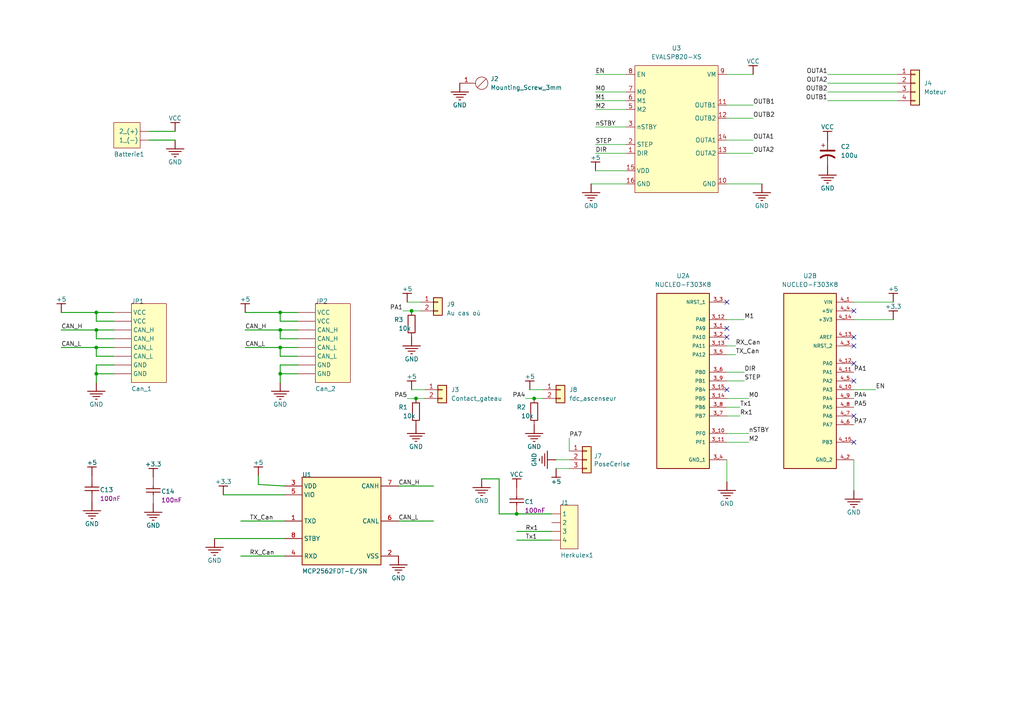
<source format=kicad_sch>
(kicad_sch (version 20231120) (generator "eeschema") (generator_version "8.0")
  (paper "A4")
  (lib_symbols
    (symbol "0_CRAC:EVALSP820-XS"
      (property "Reference" "U" (at 1.27 3.81 0))
      (property "Value" "EVALSP820-XS" (at 7.62 1.27 0))
      (symbol "EVALSP820-XS_0_1"
        (rectangle (start 0 0) (end 24.13 -36.83) (fill (type background)))
      )
      (symbol "EVALSP820-XS_1_1"
        (pin input line (at -2.54 -25.4 0) (length 2.54) (name "DIR") (number "1"))
        (pin power_in line (at 26.67 -34.29 180) (length 2.54) (name "GND") (number "10"))
        (pin output line (at 26.67 -11.43 180) (length 2.54) (name "OUTB1") (number "11"))
        (pin output line (at 26.67 -15.24 180) (length 2.54) (name "OUTB2") (number "12"))
        (pin output line (at 26.67 -25.4 180) (length 2.54) (name "OUTA2") (number "13"))
        (pin output line (at 26.67 -21.59 180) (length 2.54) (name "OUTA1") (number "14"))
        (pin power_in line (at -2.54 -30.48 0) (length 2.54) (name "VDD") (number "15"))
        (pin power_in line (at -2.54 -34.29 0) (length 2.54) (name "GND") (number "16"))
        (pin input line (at -2.54 -22.86 0) (length 2.54) (name "STEP") (number "2"))
        (pin input line (at -2.54 -17.78 0) (length 2.54) (name "nSTBY") (number "3"))
        (pin input line (at -2.54 -12.7 0) (length 2.54) (name "M2") (number "5"))
        (pin input line (at -2.54 -10.16 0) (length 2.54) (name "M1") (number "6"))
        (pin input line (at -2.54 -7.62 0) (length 2.54) (name "M0") (number "7"))
        (pin input line (at -2.54 -2.54 0) (length 2.54) (name "EN") (number "8"))
        (pin power_in line (at 26.67 -2.54 180) (length 2.54) (name "VM") (number "9"))
      )
    )
    (symbol "0_CRAC:NUCLEO-F303K8" (pin_names (offset 1.016))
      (property "Reference" "U" (at -7.6292 25.9456 0))
      (property "Value" "NUCLEO-F303K8" (at -7.6233 -27.7005 0))
      (symbol "NUCLEO-F303K8_1_0"
        (rectangle (start -7.62 -25.4) (end 7.62 25.4) (stroke (width 0.254)) (fill (type background)))
        (pin bidirectional line (at 12.7 15.24 180) (length 5.08) (name "PA9") (number "3_1"))
        (pin bidirectional line (at 12.7 -15.24 180) (length 5.08) (name "PF0") (number "3_10"))
        (pin bidirectional line (at 12.7 -17.78 180) (length 5.08) (name "PF1") (number "3_11"))
        (pin bidirectional line (at 12.7 17.78 180) (length 5.08) (name "PA8") (number "3_12"))
        (pin bidirectional line (at 12.7 10.16 180) (length 5.08) (name "PA11") (number "3_13"))
        (pin bidirectional line (at 12.7 -5.08 180) (length 5.08) (name "PB5") (number "3_14"))
        (pin bidirectional line (at 12.7 -2.54 180) (length 5.08) (name "PB4") (number "3_15"))
        (pin bidirectional line (at 12.7 12.7 180) (length 5.08) (name "PA10") (number "3_2"))
        (pin bidirectional line (at 12.7 22.86 180) (length 5.08) (name "NRST_1") (number "3_3"))
        (pin power_in line (at 12.7 -22.86 180) (length 5.08) (name "GND_1") (number "3_4"))
        (pin bidirectional line (at 12.7 7.62 180) (length 5.08) (name "PA12") (number "3_5"))
        (pin bidirectional line (at 12.7 2.54 180) (length 5.08) (name "PB0") (number "3_6"))
        (pin bidirectional line (at 12.7 -10.16 180) (length 5.08) (name "PB7") (number "3_7"))
        (pin bidirectional line (at 12.7 -7.62 180) (length 5.08) (name "PB6") (number "3_8"))
        (pin bidirectional line (at 12.7 0 180) (length 5.08) (name "PB1") (number "3_9"))
      )
      (symbol "NUCLEO-F303K8_2_0"
        (rectangle (start -7.62 -25.4) (end 7.62 25.4) (stroke (width 0.254)) (fill (type background)))
        (pin power_in line (at 12.7 22.86 180) (length 5.08) (name "VIN") (number "4_1"))
        (pin bidirectional line (at 12.7 -2.54 180) (length 5.08) (name "PA3") (number "4_10"))
        (pin bidirectional line (at 12.7 2.54 180) (length 5.08) (name "PA1") (number "4_11"))
        (pin bidirectional line (at 12.7 5.08 180) (length 5.08) (name "PA0") (number "4_12"))
        (pin bidirectional line (at 12.7 12.7 180) (length 5.08) (name "AREF") (number "4_13"))
        (pin power_in line (at 12.7 17.78 180) (length 5.08) (name "+3V3") (number "4_14"))
        (pin bidirectional line (at 12.7 -17.78 180) (length 5.08) (name "PB3") (number "4_15"))
        (pin power_in line (at 12.7 -22.86 180) (length 5.08) (name "GND_2") (number "4_2"))
        (pin bidirectional line (at 12.7 10.16 180) (length 5.08) (name "NRST_2") (number "4_3"))
        (pin power_in line (at 12.7 20.32 180) (length 5.08) (name "+5V") (number "4_4"))
        (pin bidirectional line (at 12.7 0 180) (length 5.08) (name "PA2") (number "4_5"))
        (pin bidirectional line (at 12.7 -12.7 180) (length 5.08) (name "PA7") (number "4_6"))
        (pin bidirectional line (at 12.7 -10.16 180) (length 5.08) (name "PA6") (number "4_7"))
        (pin bidirectional line (at 12.7 -7.62 180) (length 5.08) (name "PA5") (number "4_8"))
        (pin bidirectional line (at 12.7 -5.08 180) (length 5.08) (name "PA4") (number "4_9"))
      )
    )
    (symbol "0_SymbGamelGe2_v6:Autocom4" (pin_names (offset 1.016) hide)
      (property "Reference" "J" (at 0 5.08 0))
      (property "Value" "Autocom4" (at 0 -7.62 0))
      (symbol "Autocom4_1_1"
        (rectangle (start -1.27 -4.953) (end 0 -5.207) (stroke (width 0.1524)))
        (rectangle (start -1.27 -2.413) (end 0 -2.667) (stroke (width 0.1524)))
        (rectangle (start -1.27 0.127) (end 0 -0.127) (stroke (width 0.1524)))
        (rectangle (start -1.27 2.667) (end 0 2.413) (stroke (width 0.1524)))
        (rectangle (start -1.27 3.81) (end 1.27 -6.35) (stroke (width 0.254)) (fill (type background)))
        (pin passive line (at -5.08 2.54 0) (length 3.81) (name "Pin_1") (number "1"))
        (pin passive line (at -5.08 0 0) (length 3.81) (name "Pin_2") (number "2"))
        (pin passive line (at -5.08 -2.54 0) (length 3.81) (name "Pin_3") (number "3"))
        (pin passive line (at -5.08 -5.08 0) (length 3.81) (name "Pin_4") (number "4"))
      )
    )
    (symbol "0_SymbGamelGe2_v6:Cp" (pin_numbers hide) (pin_names (offset 0.254) hide)
      (property "Reference" "C" (at 0.635 2.54 0))
      (property "Value" "Cp" (at 0.635 -2.54 0))
      (symbol "Cp_0_1"
        (polyline (pts (xy -2.032 0.762) (xy 2.032 0.762)) (stroke (width 0.508)))
        (polyline (pts (xy -1.778 2.286) (xy -0.762 2.286)))
        (polyline (pts (xy -1.27 1.778) (xy -1.27 2.794)))
        (arc (start 2.032 -1.27) (mid 0 -0.5572) (end -2.032 -1.27) (stroke (width 0.508)))
      )
      (symbol "Cp_1_1"
        (pin passive line (at 0 3.81 270) (length 2.794) (name "~") (number "1"))
        (pin passive line (at 0 -3.81 90) (length 3.302) (name "~") (number "2"))
      )
    )
    (symbol "0_SymbGamelGe2_v6:Mounting_Screw_3mm" (pin_names (offset 1.016) hide)
      (property "Reference" "J" (at 0 2.54 0))
      (property "Value" "Mounting_Screw_3mm" (at 1.27 -2.54 0))
      (symbol "Mounting_Screw_3mm_0_1"
        (polyline (pts (xy 0 -1.27) (xy 2.54 1.27)))
        (circle (center 1.27 0) (radius 1.8034))
      )
      (symbol "Mounting_Screw_3mm_1_1"
        (polyline (pts (xy -1.27 0) (xy -0.508 0)) (stroke (width 0.1524)))
        (pin passive line (at -5.08 0 0) (length 3.81) (name "Pin_1") (number "1"))
      )
    )
    (symbol "Schéma Carte Commande-altium-import:+3.3" (power)
      (property "Reference" "#PWR" (at 0 0 0))
      (property "Value" "+3.3" (at 0 3.81 0))
      (symbol "+3.3_0_0"
        (polyline (pts (xy -1.27 -2.54) (xy 1.27 -2.54)) (stroke (width 0.254)))
        (polyline (pts (xy 0 0) (xy 0 -2.54)) (stroke (width 0.254)))
        (pin power_in line (at 0 0 0) (length 0) hide (name "+3.3") (number ""))
      )
    )
    (symbol "Schéma Carte Commande-altium-import:+5" (power)
      (property "Reference" "#PWR" (at 0 0 0))
      (property "Value" "+5" (at 0 3.81 0))
      (symbol "+5_0_0"
        (polyline (pts (xy -1.27 -2.54) (xy 1.27 -2.54)) (stroke (width 0.254)))
        (polyline (pts (xy 0 0) (xy 0 -2.54)) (stroke (width 0.254)))
        (pin power_in line (at 0 0 0) (length 0) hide (name "+5") (number ""))
      )
    )
    (symbol "Schéma Carte Commande-altium-import:0_Conn. - CAN"
      (property "Value" "0_Conn. - CAN" (at 0 0 0))
      (symbol "0_Conn. - CAN_1_0"
        (rectangle (start 15.24 5.08) (end 5.08 -17.78) (fill (type background)))
        (pin passive line (at 0 0 0) (length 5.08) (name "VCC") (number "1"))
        (pin passive line (at 0 -12.7 0) (length 5.08) (name "GND") (number "2"))
        (pin passive line (at 0 -10.16 0) (length 5.08) (name "CAN_L") (number "3"))
        (pin passive line (at 0 -5.08 0) (length 5.08) (name "CAN_H") (number "4"))
        (pin passive line (at 0 -2.54 0) (length 5.08) (name "CAN_H") (number "5"))
        (pin passive line (at 0 -7.62 0) (length 5.08) (name "CAN_L") (number "6"))
        (pin passive line (at 0 -15.24 0) (length 5.08) (name "GND") (number "7"))
        (pin passive line (at 0 2.54 0) (length 5.08) (name "VCC") (number "8"))
      )
    )
    (symbol "Schéma Carte Commande-altium-import:0_Connecteur alim 2 pts"
      (property "Value" "0_Connecteur alim 2 pts" (at 0 0 0))
      (symbol "0_Connecteur alim 2 pts_1_0"
        (rectangle (start 5.08 0) (end -2.54 -7.366) (fill (type background)))
        (pin passive line (at 7.62 -5.08 180) (length 2.54) (name "1_(-)") (number "1"))
        (pin passive line (at 7.62 -2.54 180) (length 2.54) (name "2_(+)") (number "2"))
      )
    )
    (symbol "Schéma Carte Commande-altium-import:0_fcb6c66e4429206983adab9201371df"
      (property "Value" "0_fcb6c66e4429206983adab9201371df" (at 0 0 0))
      (symbol "0_fcb6c66e4429206983adab9201371df_1_0"
        (rectangle (start 27.94 2.54) (end 5.08 -22.86) (stroke (width 0.254)) (fill (type background)))
        (pin input line (at 0 -10.16 0) (length 5.08) (name "TXD") (number "1"))
        (pin power_in line (at 33.02 -20.32 180) (length 5.08) (name "VSS") (number "2"))
        (pin power_in line (at 0 0 0) (length 5.08) (name "VDD") (number "3"))
        (pin output line (at 0 -20.32 0) (length 5.08) (name "RXD") (number "4"))
        (pin power_in line (at 0 -2.54 0) (length 5.08) (name "VIO") (number "5"))
        (pin bidirectional line (at 33.02 -10.16 180) (length 5.08) (name "CANL") (number "6"))
        (pin bidirectional line (at 33.02 0 180) (length 5.08) (name "CANH") (number "7"))
        (pin input line (at 0 -15.24 0) (length 5.08) (name "STBY") (number "8"))
      )
    )
    (symbol "Schéma Carte Commande-altium-import:0_mirrored_Autocom_4"
      (property "Value" "0_mirrored_Autocom_4" (at 0 0 0))
      (symbol "0_mirrored_Autocom_4_1_0"
        (rectangle (start 0 2.54) (end -5.08 -10.16) (fill (type background)))
        (pin passive line (at -7.62 0 0) (length 2.54) (name "1") (number "1"))
        (pin passive line (at -7.62 -2.54 0) (length 2.54) (name "2") (number "2"))
        (pin passive line (at -7.62 -5.08 0) (length 2.54) (name "3") (number "3"))
        (pin passive line (at -7.62 -7.62 0) (length 2.54) (name "4") (number "4"))
      )
    )
    (symbol "Schéma Carte Commande-altium-import:1_Cap"
      (property "Value" "1_Cap" (at 0 0 0))
      (symbol "1_Cap_1_0"
        (polyline (pts (xy 0.508 1.778) (xy 4.572 1.778)) (stroke (width 0.254)))
        (polyline (pts (xy 2.54 0) (xy 2.54 0.762)) (stroke (width 0.254)))
        (polyline (pts (xy 2.54 2.54) (xy 2.54 1.778)) (stroke (width 0.254)))
        (polyline (pts (xy 4.572 0.762) (xy 0.508 0.762)) (stroke (width 0.254)))
        (pin passive line (at 2.54 -2.54 90) (length 2.54) (name "1") (number "1"))
        (pin passive line (at 2.54 5.08 270) (length 2.54) (name "2") (number "2"))
      )
    )
    (symbol "Schéma Carte Commande-altium-import:1_Cap_np"
      (property "Value" "1_Cap_np" (at 0 0 0))
      (symbol "1_Cap_np_1_0"
        (polyline (pts (xy -2.032 4.318) (xy 2.032 4.318)) (stroke (width 0.254)))
        (polyline (pts (xy 0 2.54) (xy 0 3.302)) (stroke (width 0.254)))
        (polyline (pts (xy 0 5.08) (xy 0 4.318)) (stroke (width 0.254)))
        (polyline (pts (xy 2.032 3.302) (xy -2.032 3.302)) (stroke (width 0.254)))
        (pin passive line (at 0 0 90) (length 2.54) (name "1") (number "1"))
        (pin passive line (at 0 7.62 270) (length 2.54) (name "2") (number "2"))
      )
    )
    (symbol "Schéma Carte Commande-altium-import:GND" (power)
      (property "Reference" "#PWR" (at 0 0 0))
      (property "Value" "GND" (at 0 6.35 0))
      (symbol "GND_0_0"
        (polyline (pts (xy -2.54 -2.54) (xy 2.54 -2.54)) (stroke (width 0.254)))
        (polyline (pts (xy -1.778 -3.302) (xy 1.778 -3.302)) (stroke (width 0.254)))
        (polyline (pts (xy -1.016 -4.064) (xy 1.016 -4.064)) (stroke (width 0.254)))
        (polyline (pts (xy -0.254 -4.826) (xy 0.254 -4.826)) (stroke (width 0.254)))
        (polyline (pts (xy 0 0) (xy 0 -2.54)) (stroke (width 0.254)))
        (pin power_in line (at 0 0 0) (length 0) hide (name "GND") (number ""))
      )
    )
    (symbol "Schéma Carte Commande-altium-import:VCC" (power)
      (property "Reference" "#PWR" (at 0 0 0))
      (property "Value" "VCC" (at 0 3.81 0))
      (symbol "VCC_0_0"
        (polyline (pts (xy -1.27 -2.54) (xy 1.27 -2.54)) (stroke (width 0.254)))
        (polyline (pts (xy 0 0) (xy 0 -2.54)) (stroke (width 0.254)))
        (pin power_in line (at 0 0 0) (length 0) hide (name "VCC") (number ""))
      )
    )
    (symbol "SymbGamelGe2:Autocom3" (pin_names (offset 1.016) hide)
      (property "Reference" "J" (at 0 5.08 0))
      (property "Value" "Autocom3" (at 0 -5.08 0))
      (symbol "Autocom3_1_1"
        (rectangle (start -1.27 -2.413) (end 0 -2.667) (stroke (width 0.1524)))
        (rectangle (start -1.27 0.127) (end 0 -0.127) (stroke (width 0.1524)))
        (rectangle (start -1.27 2.667) (end 0 2.413) (stroke (width 0.1524)))
        (rectangle (start -1.27 3.81) (end 1.27 -3.81) (stroke (width 0.254)) (fill (type background)))
        (pin passive line (at -5.08 2.54 0) (length 3.81) (name "Pin_1") (number "1"))
        (pin passive line (at -5.08 0 0) (length 3.81) (name "Pin_2") (number "2"))
        (pin passive line (at -5.08 -2.54 0) (length 3.81) (name "Pin_3") (number "3"))
      )
    )
    (symbol "SymbGamelGe2_v6:Autocom2" (pin_names (offset 1.016) hide)
      (property "Reference" "J" (at 0 2.54 0))
      (property "Value" "Autocom2" (at 0 -5.08 0))
      (symbol "Autocom2_1_1"
        (rectangle (start -1.27 -2.413) (end 0 -2.667) (stroke (width 0.1524)))
        (rectangle (start -1.27 0.127) (end 0 -0.127) (stroke (width 0.1524)))
        (rectangle (start -1.27 1.27) (end 1.27 -3.81) (stroke (width 0.254)) (fill (type background)))
        (pin passive line (at -5.08 0 0) (length 3.81) (name "Pin_1") (number "1"))
        (pin passive line (at -5.08 -2.54 0) (length 3.81) (name "Pin_2") (number "2"))
      )
    )
    (symbol "SymbGamelGe2_v6:R" (pin_numbers hide) (pin_names (offset 0))
      (property "Reference" "R" (at 2.032 0 90))
      (property "Value" "R" (at 0 0 90))
      (symbol "R_0_1"
        (rectangle (start -1.016 -2.54) (end 1.016 2.54) (stroke (width 0.254)))
      )
      (symbol "R_1_1"
        (pin passive line (at 0 3.81 270) (length 1.27) (name "~") (number "1"))
        (pin passive line (at 0 -3.81 90) (length 1.27) (name "~") (number "2"))
      )
    )
  )
  (junction (at 27.94 95.7072))
  (junction (at 81.28 100.7872))
  (junction (at 154.94 115.57))
  (junction (at 149.86 149.0472))
  (junction (at 81.28 108.4072))
  (junction (at 27.94 100.7872))
  (junction (at 27.94 90.6272))
  (junction (at 120.65 115.57))
  (junction (at 81.28 95.7072))
  (junction (at 119.38 90.17))
  (junction (at 27.94 108.4072))
  (junction (at 81.28 90.6272))
  (no_connect (at 247.65 105.41))
  (no_connect (at 210.82 95.25))
  (no_connect (at 247.65 90.17))
  (no_connect (at 247.65 128.27))
  (no_connect (at 247.65 110.49))
  (no_connect (at 210.82 87.63))
  (no_connect (at 247.65 100.33))
  (no_connect (at 247.65 120.65))
  (no_connect (at 210.82 97.79))
  (no_connect (at 247.65 97.79))
  (no_connect (at 210.82 113.03))
  (wire (pts (xy 69.85 161.29) (xy 82.55 161.29)) (stroke (width 0.254)))
  (wire (pts (xy 214.63 120.65) (xy 210.82 120.65)))
  (wire (pts (xy 81.28 100.7872) (xy 86.36 100.7872)) (stroke (width 0.254)))
  (wire (pts (xy 86.36 103.3272) (xy 81.28 103.3272)) (stroke (width 0.254)))
  (wire (pts (xy 214.63 118.11) (xy 210.82 118.11)))
  (wire (pts (xy 240.03 21.59) (xy 260.35 21.59)))
  (wire (pts (xy 86.36 108.4072) (xy 81.28 108.4072)) (stroke (width 0.254)))
  (wire (pts (xy 210.82 100.33) (xy 213.36 100.33)))
  (wire (pts (xy 27.94 90.6272) (xy 33.02 90.6272)) (stroke (width 0.254)))
  (wire (pts (xy 64.77 143.51) (xy 82.55 143.51)) (stroke (width 0.254)))
  (wire (pts (xy 71.12 90.6272) (xy 81.28 90.6272)) (stroke (width 0.254)))
  (wire (pts (xy 161.29 135.89) (xy 165.1 135.89)))
  (wire (pts (xy 74.93 140.5128) (xy 82.55 140.97)) (stroke (width 0.254)))
  (wire (pts (xy 86.36 98.2472) (xy 81.28 98.2472)) (stroke (width 0.254)))
  (wire (pts (xy 247.65 113.03) (xy 254 113.03)))
  (wire (pts (xy 119.38 113.03) (xy 123.19 113.03)))
  (wire (pts (xy 81.28 98.2472) (xy 81.28 95.7072)) (stroke (width 0.254)))
  (wire (pts (xy 240.03 29.21) (xy 260.35 29.21)))
  (wire (pts (xy 149.86 149.0472) (xy 144.78 149.0472)) (stroke (width 0.254)))
  (wire (pts (xy 120.65 115.57) (xy 123.19 115.57)))
  (wire (pts (xy 171.45 53.34) (xy 181.61 53.34)))
  (wire (pts (xy 240.03 26.67) (xy 260.35 26.67)))
  (wire (pts (xy 62.23 156.21) (xy 82.55 156.21)) (stroke (width 0.254)))
  (wire (pts (xy 119.38 90.17) (xy 121.92 90.17)))
  (wire (pts (xy 27.94 93.1672) (xy 27.94 90.6272)) (stroke (width 0.254)))
  (wire (pts (xy 81.28 108.4072) (xy 81.28 110.9472)) (stroke (width 0.254)))
  (wire (pts (xy 210.82 107.95) (xy 215.9 107.95)))
  (wire (pts (xy 118.11 115.57) (xy 120.65 115.57)))
  (wire (pts (xy 149.86 154.1272) (xy 160.02 154.1272)) (stroke (width 0.254)))
  (wire (pts (xy 172.72 49.53) (xy 181.61 49.53)))
  (wire (pts (xy 81.28 105.8672) (xy 81.28 108.4072)) (stroke (width 0.254)))
  (wire (pts (xy 210.82 92.71) (xy 215.9 92.71)))
  (wire (pts (xy 210.82 40.64) (xy 218.44 40.64)))
  (wire (pts (xy 116.84 90.17) (xy 119.38 90.17)))
  (wire (pts (xy 210.82 110.49) (xy 215.9 110.49)))
  (wire (pts (xy 81.28 93.1672) (xy 81.28 90.6272)) (stroke (width 0.254)))
  (wire (pts (xy 144.78 149.0472) (xy 144.78 138.8872)) (stroke (width 0.254)))
  (wire (pts (xy 69.85 151.13) (xy 82.55 151.13)) (stroke (width 0.254)))
  (wire (pts (xy 210.82 21.59) (xy 218.44 21.59)))
  (wire (pts (xy 240.03 24.13) (xy 260.35 24.13)))
  (wire (pts (xy 172.72 29.21) (xy 181.61 29.21)))
  (wire (pts (xy 27.94 95.7072) (xy 33.02 95.7072)) (stroke (width 0.254)))
  (wire (pts (xy 247.65 133.35) (xy 247.65 142.24)))
  (wire (pts (xy 247.65 87.63) (xy 259.08 87.63)))
  (wire (pts (xy 125.73 151.13) (xy 115.57 151.13)) (stroke (width 0.254)))
  (wire (pts (xy 210.82 115.57) (xy 217.17 115.57)))
  (wire (pts (xy 210.82 128.27) (xy 217.17 128.27)))
  (wire (pts (xy 152.4 115.57) (xy 154.94 115.57)))
  (wire (pts (xy 210.82 30.48) (xy 218.44 30.48)))
  (wire (pts (xy 165.1 130.81) (xy 165.1 127)))
  (wire (pts (xy 74.93 137.9728) (xy 74.93 140.5128)) (stroke (width 0.254)))
  (wire (pts (xy 33.02 98.2472) (xy 27.94 98.2472)) (stroke (width 0.254)))
  (wire (pts (xy 50.8 40.64) (xy 43.18 40.64)) (stroke (width 0.254)))
  (wire (pts (xy 118.11 87.63) (xy 121.92 87.63)))
  (wire (pts (xy 27.94 100.7872) (xy 33.02 100.7872)) (stroke (width 0.254)))
  (wire (pts (xy 71.12 95.7072) (xy 81.28 95.7072)) (stroke (width 0.254)))
  (wire (pts (xy 210.82 53.34) (xy 220.98 53.34)))
  (wire (pts (xy 50.8 38.1) (xy 43.18 38.1)) (stroke (width 0.254)))
  (wire (pts (xy 210.82 133.35) (xy 210.82 139.7)))
  (wire (pts (xy 86.36 93.1672) (xy 81.28 93.1672)) (stroke (width 0.254)))
  (wire (pts (xy 172.72 36.83) (xy 181.61 36.83)))
  (wire (pts (xy 172.72 41.91) (xy 181.61 41.91)))
  (wire (pts (xy 33.02 103.3272) (xy 27.94 103.3272)) (stroke (width 0.254)))
  (wire (pts (xy 161.29 133.35) (xy 165.1 133.35)))
  (wire (pts (xy 210.82 125.73) (xy 217.17 125.73)))
  (wire (pts (xy 172.72 21.59) (xy 181.61 21.59)))
  (wire (pts (xy 81.28 103.3272) (xy 81.28 100.7872)) (stroke (width 0.254)))
  (wire (pts (xy 160.02 149.0472) (xy 149.86 149.0472)) (stroke (width 0.254)))
  (wire (pts (xy 210.82 102.87) (xy 213.36 102.87)))
  (wire (pts (xy 210.82 34.29) (xy 218.44 34.29)))
  (wire (pts (xy 17.78 100.7872) (xy 27.94 100.7872)) (stroke (width 0.254)))
  (wire (pts (xy 33.02 108.4072) (xy 27.94 108.4072)) (stroke (width 0.254)))
  (wire (pts (xy 149.86 156.6672) (xy 160.02 156.6672)) (stroke (width 0.254)))
  (wire (pts (xy 27.94 98.2472) (xy 27.94 95.7072)) (stroke (width 0.254)))
  (wire (pts (xy 210.82 44.45) (xy 218.44 44.45)))
  (wire (pts (xy 33.02 93.1672) (xy 27.94 93.1672)) (stroke (width 0.254)))
  (wire (pts (xy 144.78 138.8872) (xy 139.7 138.8872)) (stroke (width 0.254)))
  (wire (pts (xy 27.94 105.8672) (xy 27.94 108.4072)) (stroke (width 0.254)))
  (wire (pts (xy 33.02 105.8672) (xy 27.94 105.8672)) (stroke (width 0.254)))
  (wire (pts (xy 17.78 90.6272) (xy 27.94 90.6272)) (stroke (width 0.254)))
  (wire (pts (xy 172.72 31.75) (xy 181.61 31.75)))
  (wire (pts (xy 81.28 90.6272) (xy 86.36 90.6272)) (stroke (width 0.254)))
  (wire (pts (xy 125.73 140.97) (xy 115.57 140.97)) (stroke (width 0.254)))
  (wire (pts (xy 154.94 115.57) (xy 157.48 115.57)))
  (wire (pts (xy 153.67 113.03) (xy 157.48 113.03)))
  (wire (pts (xy 81.28 95.7072) (xy 86.36 95.7072)) (stroke (width 0.254)))
  (wire (pts (xy 17.78 95.7072) (xy 27.94 95.7072)) (stroke (width 0.254)))
  (wire (pts (xy 86.36 105.8672) (xy 81.28 105.8672)) (stroke (width 0.254)))
  (wire (pts (xy 247.65 92.71) (xy 259.08 92.71)))
  (wire (pts (xy 172.72 44.45) (xy 181.61 44.45)))
  (wire (pts (xy 172.72 26.67) (xy 181.61 26.67)))
  (wire (pts (xy 27.94 103.3272) (xy 27.94 100.7872)) (stroke (width 0.254)))
  (wire (pts (xy 71.12 100.7872) (xy 81.28 100.7872)) (stroke (width 0.254)))
  (wire (pts (xy 27.94 108.4072) (xy 27.94 110.9472)) (stroke (width 0.254)))
  (label "OUTA2" (at 218.44 44.45 0))
  (label "OUTA1" (at 240.03 21.59 180))
  (label "OUTA2" (at 240.03 24.13 180))
  (label "M0" (at 217.17 115.57 0))
  (label "TX_Can" (at 72.39 151.13 0))
  (label "OUTB2" (at 218.44 34.29 0))
  (label "PA4" (at 247.65 115.57 0))
  (label "PA5" (at 247.65 118.11 0))
  (label "Rx1" (at 152.4 154.1272 0))
  (label "M2" (at 217.17 128.27 0))
  (label "M2" (at 172.72 31.75 0))
  (label "STEP" (at 172.72 41.91 0))
  (label "nSTBY" (at 172.72 36.83 0))
  (label "PA1" (at 247.65 107.95 0))
  (label "PA7" (at 247.65 123.19 0))
  (label "RX_Can" (at 213.36 100.33 0))
  (label "DIR" (at 172.72 44.45 0))
  (label "CAN_L" (at 115.57 151.13 0))
  (label "Tx1" (at 152.4 156.6672 0))
  (label "M1" (at 215.9 92.71 0))
  (label "CAN_L" (at 17.78 100.7872 0))
  (label "TX_Can" (at 213.36 102.87 0))
  (label "CAN_H" (at 71.12 95.7072 0))
  (label "nSTBY" (at 217.17 125.73 0))
  (label "RX_Can" (at 72.39 161.29 0))
  (label "EN" (at 254 113.03 0))
  (label "EN" (at 172.72 21.59 0))
  (label "STEP" (at 215.9 110.49 0))
  (label "OUTB2" (at 240.03 26.67 180))
  (label "OUTA1" (at 218.44 40.64 0))
  (label "PA5" (at 118.11 115.57 180))
  (label "M0" (at 172.72 26.67 0))
  (label "PA7" (at 165.1 127 0))
  (label "Rx1" (at 214.63 120.65 0))
  (label "CAN_H" (at 115.57 140.97 0))
  (label "OUTB1" (at 240.03 29.21 180))
  (label "PA4" (at 152.4 115.57 180))
  (label "DIR" (at 215.9 107.95 0))
  (label "PA1" (at 116.84 90.17 180))
  (label "CAN_H" (at 17.78 95.7072 0))
  (label "M1" (at 172.72 29.21 0))
  (label "OUTB1" (at 218.44 30.48 0))
  (label "CAN_L" (at 71.12 100.7872 0))
  (label "Tx1" (at 214.63 118.11 0))
  (symbol (lib_id "Schéma Carte Commande-altium-import:+5") (at 259.08 87.63 180) (unit 1)
    (property "Reference" "#PWR0108" (effects (hide yes)))
    (property "Value" "+5" (at 259.08 83.82 0))
  )
  (symbol (lib_id "Schéma Carte Commande-altium-import:GND") (at 26.67 145.5928 0) (unit 1)
    (property "Reference" "#PWR0103" (effects (hide yes)))
    (property "Value" "GND" (at 26.67 151.9428 0))
  )
  (symbol (lib_id "0_CRAC:EVALSP820-XS") (at 184.15 19.05 0) (unit 1)
    (property "Reference" "U3" (at 196.215 13.97 0))
    (property "Value" "EVALSP820-XS" (at 196.215 16.51 0))
    (property "Footprint" "FootprintCRAC:EVALSP820-XS" (effects (hide yes)))
  )
  (symbol (lib_id "SymbGamelGe2_v6:Autocom2") (at 162.56 113.03 0) (unit 1)
    (property "Reference" "J8" (at 165.1 113.0299 0) (effects (justify left)))
    (property "Value" "fdc_ascenseur" (at 165.1 115.5699 0) (effects (justify left)))
    (property "Footprint" "FootprintGamelGe2_v6:Autocom2" (effects (hide yes)))
  )
  (symbol (lib_id "Schéma Carte Commande-altium-import:GND") (at 62.23 156.21 0) (unit 1)
    (property "Reference" "#PWR0114" (effects (hide yes)))
    (property "Value" "GND" (at 62.23 162.56 0))
  )
  (symbol (lib_id "Schéma Carte Commande-altium-import:+5") (at 71.12 90.6272 180) (unit 1)
    (property "Reference" "#PWR0123" (effects (hide yes)))
    (property "Value" "+5" (at 71.12 86.8172 0))
  )
  (symbol (lib_id "Schéma Carte Commande-altium-import:+3.3") (at 44.45 138.43 180) (unit 1)
    (property "Reference" "#PWR0104" (effects (hide yes)))
    (property "Value" "+3.3" (at 44.45 134.62 0))
  )
  (symbol (lib_id "Schéma Carte Commande-altium-import:GND") (at 50.8 40.64 0) (unit 1)
    (property "Reference" "#PWR0128" (effects (hide yes)))
    (property "Value" "GND" (at 50.8 46.99 0))
  )
  (symbol (lib_id "Schéma Carte Commande-altium-import:GND") (at 44.45 146.05 0) (unit 1)
    (property "Reference" "#PWR0105" (effects (hide yes)))
    (property "Value" "GND" (at 44.45 152.4 0))
  )
  (symbol (lib_id "Schéma Carte Commande-altium-import:0_Conn. - CAN") (at 86.36 93.1672 0) (unit 1)
    (property "Reference" "JP2" (at 91.44 88.0872 0) (effects (justify left bottom)))
    (property "Value" "Can_2" (at 91.44 113.4872 0) (effects (justify left bottom)))
    (property "COMPONENTLINK1URL" "http://www.tycoelectronics.com/commerce/DocumentDelivery/DDEController?Action=srchrtrv&DocNm=215083&DocType=Customer+Drawing&DocLang=English" (effects (hide yes)))
    (property "COMPONENTLINK1DESCRIPTION" "Datasheet" (effects (hide yes)))
    (property "SUPPLIER 1" "Farnell" (effects (hide yes)))
    (property "SUPPLIER PART NUMBER 1" "3784733" (effects (hide yes)))
    (property "MANUFACTURER" "TE CONNECTIVITY / AMP" (effects (hide yes)))
    (property "MANUFACTURER PART NUMBER" "7-188275-8" (effects (hide yes)))
    (property "ROHS" "YES" (effects (hide yes)))
    (property "STOCK 1" "13392" (effects (hide yes)))
    (property "PRICING 1" "10=0,92, 250=0,72, 900=0,64 (EUR)" (effects (hide yes)))
    (property "SÉRIE" "Micro-MaTch" (effects (hide yes)))
    (property "PAS" "1.27" (effects (hide yes)))
    (property "NOMBRE DE RANGÉES" "1" (effects (hide yes)))
    (property "NOMBRE DE CONTACTS" "8" (effects (hide yes)))
    (property "GENRE" "Embase" (effects (hide yes)))
    (property "TERMINAISON DU CONTACT" "Montage en surface vertical" (effects (hide yes)))
    (property "PLAQUAGE DU CONTACT" "Tin" (effects (hide yes)))
    (property "MATÉRIAU DU CONTACT" "Bronze phosphoreux" (effects (hide yes)))
    (property "CONNECTOR TYPE" "Board to Board" (effects (hide yes)))
    (property "COURANT DE CONTACT" "1.5" (effects (hide yes)))
    (property "MATIÈRE, CONTACT" "Bronze phosphoreux" (effects (hide yes)))
    (property "MÉTHODE DE TERMINAISON" "Solder" (effects (hide yes)))
    (property "NOMBRE DE PÂLES" "8" (effects (hide yes)))
    (property "NOMBRE DE VOIES" "8" (effects (hide yes)))
    (property "NUMÉRO AWG MAX.." "28" (effects (hide yes)))
    (property "PLAQUAGE CONTACT" "Etain / Plomb" (effects (hide yes)))
    (property "RÉSISTANCE, CONTACT" "50" (effects (hide yes)))
    (property "TEMPÉRATURE DE FONCTIONNEMENT MAX.." "105" (effects (hide yes)))
    (property "TEMPÉRATURE D'UTILISATION MIN" "-40" (effects (hide yes)))
    (property "TENSION C.A." "230" (effects (hide yes)))
    (property "TYPE DE BOITIER" "Polyester chargé verre" (effects (hide yes)))
    (property "TYPE DE CONNECTEUR" "Carte-à-carte" (effects (hide yes)))
    (property "COMPONENTLINK2URL" "http://www.tycoelectronics.com/commerce/DocumentDelivery/DDEController?Action=srchrtrv&DocNm=7-188275-8&DocType=Customer+View+Model&DocLang=English" (effects (hide yes)))
    (property "COMPONENTLINK2DESCRIPTION" "http://www.tycoelectronics.com/commerce/DocumentDelivery/DDEController?Action=srchrtrv&DocNm=7-188275-8&DocType=Customer+View+Model&DocLang=English" (effects (hide yes)))
    (property "COMPONENTLINK3URL" "http://www.farnell.com/datasheets/102135.pdf" (effects (hide yes)))
    (property "COMPONENTLINK3DESCRIPTION" "http://www.farnell.com/datasheets/102135.pdf" (effects (hide yes)))
  )
  (symbol (lib_id "SymbGamelGe2_v6:Autocom2") (at 128.27 113.03 0) (unit 1)
    (property "Reference" "J3" (at 130.81 113.0299 0) (effects (justify left)))
    (property "Value" "Contact_gateau" (at 130.81 115.5699 0) (effects (justify left)))
    (property "Footprint" "FootprintGamelGe2_v6:Autocom2" (effects (hide yes)))
  )
  (symbol (lib_id "Schéma Carte Commande-altium-import:VCC") (at 149.86 141.4272 180) (unit 1)
    (property "Reference" "#PWR0109" (effects (hide yes)))
    (property "Value" "VCC" (at 149.86 137.6172 0))
  )
  (symbol (lib_id "Schéma Carte Commande-altium-import:+3.3") (at 64.77 143.51 180) (unit 1)
    (property "Reference" "#PWR0115" (effects (hide yes)))
    (property "Value" "+3.3" (at 64.77 139.7 0))
  )
  (symbol (lib_id "Schéma Carte Commande-altium-import:GND") (at 247.65 142.24 0) (unit 1)
    (property "Reference" "#PWR0101" (effects (hide yes)))
    (property "Value" "GND" (at 247.65 148.59 0))
  )
  (symbol (lib_id "Schéma Carte Commande-altium-import:VCC") (at 218.44 21.59 180) (unit 1)
    (property "Reference" "#PWR0112" (effects (hide yes)))
    (property "Value" "VCC" (at 218.44 17.78 0))
  )
  (symbol (lib_id "0_CRAC:NUCLEO-F303K8") (at 234.95 110.49 0) (unit 2)
    (property "Reference" "U2" (at 234.95 80.01 0))
    (property "Value" "NUCLEO-F303K8" (at 234.95 82.55 0))
    (property "Footprint" "FootprintCRAC:MODULE_NUCLEO-F303K8" (effects (hide yes)))
    (property "MAXIMUM_PACKAGE_HEIGHT" "N/A" (effects (hide yes)))
    (property "MANUFACTURER" "STMicroelectronics" (effects (hide yes)))
    (property "PARTREV" "5" (effects (hide yes)))
    (property "SNAPEDA_PN" "NUCLEO-F303K8" (effects (hide yes)))
    (property "STANDARD" "Manufacturer Recommendations" (effects (hide yes)))
  )
  (symbol (lib_id "Schéma Carte Commande-altium-import:VCC") (at 240.03 40.64 180) (unit 1)
    (property "Reference" "#PWR0122" (effects (hide yes)))
    (property "Value" "VCC" (at 240.03 36.83 0))
  )
  (symbol (lib_id "Schéma Carte Commande-altium-import:+5") (at 161.29 135.89 0) (unit 1)
    (property "Reference" "#PWR0124" (effects (hide yes)))
    (property "Value" "+5" (at 161.29 139.7 0))
  )
  (symbol (lib_id "0_CRAC:NUCLEO-F303K8") (at 198.12 110.49 0) (unit 1)
    (property "Reference" "U2" (at 198.12 80.01 0))
    (property "Value" "NUCLEO-F303K8" (at 198.12 82.55 0))
    (property "Footprint" "FootprintCRAC:MODULE_NUCLEO-F303K8" (effects (hide yes)))
    (property "MAXIMUM_PACKAGE_HEIGHT" "N/A" (effects (hide yes)))
    (property "MANUFACTURER" "STMicroelectronics" (effects (hide yes)))
    (property "PARTREV" "5" (effects (hide yes)))
    (property "SNAPEDA_PN" "NUCLEO-F303K8" (effects (hide yes)))
    (property "STANDARD" "Manufacturer Recommendations" (effects (hide yes)))
  )
  (symbol (lib_id "Schéma Carte Commande-altium-import:GND") (at 81.28 110.9472 0) (unit 1)
    (property "Reference" "#PWR0117" (effects (hide yes)))
    (property "Value" "GND" (at 81.28 117.2972 0))
  )
  (symbol (lib_id "SymbGamelGe2_v6:Autocom2") (at 127 87.63 0) (unit 1)
    (property "Reference" "J9" (at 129.54 88.265 0) (effects (justify left)))
    (property "Value" "Au cas où" (at 129.54 90.805 0) (effects (justify left)))
    (property "Footprint" "FootprintGamelGe2_v6:Autocom2" (effects (hide yes)))
  )
  (symbol (lib_id "Schéma Carte Commande-altium-import:0_Connecteur alim 2 pts") (at 35.56 35.56 0) (unit 1)
    (property "Reference" "Batterie1" (at 33.02 45.466 0) (effects (justify left bottom)))
    (property "Value" "Connecteur alim 2 pts" (effects (hide yes)))
  )
  (symbol (lib_id "Schéma Carte Commande-altium-import:GND") (at 115.57 161.29 0) (unit 1)
    (property "Reference" "#PWR0118" (effects (hide yes)))
    (property "Value" "GND" (at 115.57 167.64 0))
  )
  (symbol (lib_id "Schéma Carte Commande-altium-import:+3.3") (at 259.08 92.71 180) (unit 1)
    (property "Reference" "#PWR0107" (effects (hide yes)))
    (property "Value" "+3.3" (at 259.08 88.9 0))
  )
  (symbol (lib_id "Schéma Carte Commande-altium-import:0_mirrored_Autocom_4") (at 167.64 149.0472 0) (unit 1)
    (property "Reference" "J1" (at 162.56 146.5072 0) (effects (justify left bottom)))
    (property "Value" "Herkulex1" (at 162.56 161.7472 0) (effects (justify left bottom)))
  )
  (symbol (lib_id "0_SymbGamelGe2_v6:Mounting_Screw_3mm") (at 138.43 24.13 0) (unit 1)
    (property "Reference" "J2" (at 142.24 22.8599 0) (effects (justify left)))
    (property "Value" "Mounting_Screw_3mm" (at 142.24 25.3999 0) (effects (justify left)))
    (property "Footprint" "FootprintGamelGe2_v6:Mounting_Screw_3mm" (effects (hide yes)))
  )
  (symbol (lib_id "Schéma Carte Commande-altium-import:GND") (at 139.7 138.8872 0) (unit 1)
    (property "Reference" "#PWR0110" (effects (hide yes)))
    (property "Value" "GND" (at 139.7 145.2372 0))
  )
  (symbol (lib_id "Schéma Carte Commande-altium-import:+5") (at 26.67 137.9728 180) (unit 1)
    (property "Reference" "#PWR0113" (effects (hide yes)))
    (property "Value" "+5" (at 26.67 134.1628 0))
  )
  (symbol (lib_id "Schéma Carte Commande-altium-import:GND") (at 119.38 97.79 0) (unit 1)
    (property "Reference" "#PWR02" (effects (hide yes)))
    (property "Value" "GND" (at 119.38 104.14 0))
  )
  (symbol (lib_id "Schéma Carte Commande-altium-import:1_Cap_np") (at 26.67 145.5928 0) (unit 1)
    (property "Reference" "C13" (at 28.956 142.7988 0) (effects (justify left bottom)))
    (property "Value" "${ALTIUM_VALUE}" (effects (hide yes)))
    (property "REVISION" "July-2002: Re-released for DXP Platform." (effects (hide yes)))
    (property "ALTIUM_VALUE" "100nF" (at 28.956 145.3388 0) (effects (justify left bottom)))
  )
  (symbol (lib_id "Schéma Carte Commande-altium-import:GND") (at 120.65 123.19 0) (unit 1)
    (property "Reference" "#PWR0111" (effects (hide yes)))
    (property "Value" "GND" (at 120.65 129.54 0))
  )
  (symbol (lib_id "Schéma Carte Commande-altium-import:+5") (at 118.11 87.63 180) (unit 1)
    (property "Reference" "#PWR01" (effects (hide yes)))
    (property "Value" "+5" (at 118.11 83.82 0))
  )
  (symbol (lib_id "Schéma Carte Commande-altium-import:+5") (at 153.67 113.03 180) (unit 1)
    (property "Reference" "#PWR0132" (effects (hide yes)))
    (property "Value" "+5" (at 153.67 109.22 0))
  )
  (symbol (lib_id "Schéma Carte Commande-altium-import:0_fcb6c66e4429206983adab9201371df") (at 82.55 140.97 0) (unit 1)
    (property "Reference" "U1" (at 87.63 138.43 0) (effects (justify left bottom)))
    (property "Value" "MCP2562FDT-E/SN" (at 87.63 166.37 0) (effects (justify left bottom)))
    (property "WEIGHT" "0.019048oz" (effects (hide yes)))
    (property "PACKAGE QUANTITY" "3300" (effects (hide yes)))
    (property "CASE/PACKAGE" "SOIC" (effects (hide yes)))
    (property "OPERATING SUPPLY CURRENT" "70mA" (effects (hide yes)))
    (property "MOUNT" "Surface Mount" (effects (hide yes)))
    (property "DATA RATE" "8Mbps" (effects (hide yes)))
    (property "NUMBER OF TRANSCEIVERS" "1" (effects (hide yes)))
    (property "MAX OPERATING TEMPERATURE" "125°C" (effects (hide yes)))
    (property "MIN OPERATING TEMPERATURE" "-40°C" (effects (hide yes)))
    (property "RECEIVER HYSTERESIS" "200mV" (effects (hide yes)))
    (property "PACKAGING" "Tape and Reel" (effects (hide yes)))
    (property "MAX SUPPLY VOLTAGE" "5.5V" (effects (hide yes)))
    (property "NUMBER OF PINS" "8" (effects (hide yes)))
    (property "MIN SUPPLY VOLTAGE" "4.5V" (effects (hide yes)))
  )
  (symbol (lib_id "SymbGamelGe2_v6:R") (at 120.65 119.38 0) (unit 1)
    (property "Reference" "R1" (at 115.57 118.11 0) (effects (justify left)))
    (property "Value" "10k" (at 116.84 120.65 0) (effects (justify left)))
    (property "Footprint" "FootprintGamelGe2_v6:R_Axial_DIN0207_L6.3mm_D2.5mm_P10.16mm_Horizontal" (effects (hide yes)))
  )
  (symbol (lib_id "0_SymbGamelGe2_v6:Cp") (at 240.03 44.45 0) (unit 1)
    (property "Reference" "C2" (at 243.84 42.5449 0) (effects (justify left)))
    (property "Value" "100u" (at 243.84 45.0849 0) (effects (justify left)))
    (property "Footprint" "FootprintGamelGe2_v6:CP_Radial_D10.0mm_P5.00mm" (effects (hide yes)))
  )
  (symbol (lib_id "Schéma Carte Commande-altium-import:0_Conn. - CAN") (at 33.02 93.1672 0) (unit 1)
    (property "Reference" "JP1" (at 38.1 88.0872 0) (effects (justify left bottom)))
    (property "Value" "Can_1" (at 38.1 113.4872 0) (effects (justify left bottom)))
    (property "COMPONENTLINK1URL" "http://www.tycoelectronics.com/commerce/DocumentDelivery/DDEController?Action=srchrtrv&DocNm=215083&DocType=Customer+Drawing&DocLang=English" (effects (hide yes)))
    (property "COMPONENTLINK1DESCRIPTION" "Datasheet" (effects (hide yes)))
    (property "SUPPLIER 1" "Farnell" (effects (hide yes)))
    (property "SUPPLIER PART NUMBER 1" "3784733" (effects (hide yes)))
    (property "MANUFACTURER" "TE CONNECTIVITY / AMP" (effects (hide yes)))
    (property "MANUFACTURER PART NUMBER" "7-188275-8" (effects (hide yes)))
    (property "ROHS" "YES" (effects (hide yes)))
    (property "STOCK 1" "13392" (effects (hide yes)))
    (property "PRICING 1" "10=0,92, 250=0,72, 900=0,64 (EUR)" (effects (hide yes)))
    (property "SÉRIE" "Micro-MaTch" (effects (hide yes)))
    (property "PAS" "1.27" (effects (hide yes)))
    (property "NOMBRE DE RANGÉES" "1" (effects (hide yes)))
    (property "NOMBRE DE CONTACTS" "8" (effects (hide yes)))
    (property "GENRE" "Embase" (effects (hide yes)))
    (property "TERMINAISON DU CONTACT" "Montage en surface vertical" (effects (hide yes)))
    (property "PLAQUAGE DU CONTACT" "Tin" (effects (hide yes)))
    (property "MATÉRIAU DU CONTACT" "Bronze phosphoreux" (effects (hide yes)))
    (property "CONNECTOR TYPE" "Board to Board" (effects (hide yes)))
    (property "COURANT DE CONTACT" "1.5" (effects (hide yes)))
    (property "MATIÈRE, CONTACT" "Bronze phosphoreux" (effects (hide yes)))
    (property "MÉTHODE DE TERMINAISON" "Solder" (effects (hide yes)))
    (property "NOMBRE DE PÂLES" "8" (effects (hide yes)))
    (property "NOMBRE DE VOIES" "8" (effects (hide yes)))
    (property "NUMÉRO AWG MAX.." "28" (effects (hide yes)))
    (property "PLAQUAGE CONTACT" "Etain / Plomb" (effects (hide yes)))
    (property "RÉSISTANCE, CONTACT" "50" (effects (hide yes)))
    (property "TEMPÉRATURE DE FONCTIONNEMENT MAX.." "105" (effects (hide yes)))
    (property "TEMPÉRATURE D'UTILISATION MIN" "-40" (effects (hide yes)))
    (property "TENSION C.A." "230" (effects (hide yes)))
    (property "TYPE DE BOITIER" "Polyester chargé verre" (effects (hide yes)))
    (property "TYPE DE CONNECTEUR" "Carte-à-carte" (effects (hide yes)))
    (property "COMPONENTLINK2URL" "http://www.tycoelectronics.com/commerce/DocumentDelivery/DDEController?Action=srchrtrv&DocNm=7-188275-8&DocType=Customer+View+Model&DocLang=English" (effects (hide yes)))
    (property "COMPONENTLINK2DESCRIPTION" "http://www.tycoelectronics.com/commerce/DocumentDelivery/DDEController?Action=srchrtrv&DocNm=7-188275-8&DocType=Customer+View+Model&DocLang=English" (effects (hide yes)))
    (property "COMPONENTLINK3URL" "http://www.farnell.com/datasheets/102135.pdf" (effects (hide yes)))
    (property "COMPONENTLINK3DESCRIPTION" "http://www.farnell.com/datasheets/102135.pdf" (effects (hide yes)))
  )
  (symbol (lib_id "Schéma Carte Commande-altium-import:1_Cap_np") (at 44.45 146.05 0) (unit 1)
    (property "Reference" "C14" (at 46.736 143.256 0) (effects (justify left bottom)))
    (property "Value" "${ALTIUM_VALUE}" (effects (hide yes)))
    (property "REVISION" "July-2002: Re-released for DXP Platform." (effects (hide yes)))
    (property "ALTIUM_VALUE" "100nF" (at 46.736 145.796 0) (effects (justify left bottom)))
  )
  (symbol (lib_id "Schéma Carte Commande-altium-import:+5") (at 74.93 137.9728 180) (unit 1)
    (property "Reference" "#PWR0116" (effects (hide yes)))
    (property "Value" "+5" (at 74.93 134.1628 0))
  )
  (symbol (lib_id "Schéma Carte Commande-altium-import:GND") (at 240.03 48.26 0) (unit 1)
    (property "Reference" "#PWR0119" (effects (hide yes)))
    (property "Value" "GND" (at 240.03 54.61 0))
  )
  (symbol (lib_id "Schéma Carte Commande-altium-import:VCC") (at 50.8 38.1 180) (unit 1)
    (property "Reference" "#PWR0129" (effects (hide yes)))
    (property "Value" "VCC" (at 50.8 34.29 0))
  )
  (symbol (lib_id "Schéma Carte Commande-altium-import:+5") (at 119.38 113.03 180) (unit 1)
    (property "Reference" "#PWR0120" (effects (hide yes)))
    (property "Value" "+5" (at 119.38 109.22 0))
  )
  (symbol (lib_id "Schéma Carte Commande-altium-import:1_Cap") (at 147.32 146.5072 0) (unit 1)
    (property "Reference" "C1" (at 152.146 146.2532 0) (effects (justify left bottom)))
    (property "Value" "Cap" (effects (hide yes)))
    (property "PUBLISHED" "8-Jun-2000" (effects (hide yes)))
    (property "REVISION" "July-2002: Re-released for DXP Platform." (effects (hide yes)))
    (property "PUBLISHER" "Altium Limited" (effects (hide yes)))
    (property "ALTIUM_VALUE" "100nF" (at 152.146 148.7932 0) (effects (justify left bottom)))
  )
  (symbol (lib_id "0_SymbGamelGe2_v6:Autocom4") (at 265.43 24.13 0) (unit 1)
    (property "Reference" "J4" (at 267.97 24.1299 0) (effects (justify left)))
    (property "Value" "Moteur" (at 267.97 26.6699 0) (effects (justify left)))
    (property "Footprint" "FootprintGamelGe2_v6:Autocom4" (effects (hide yes)))
  )
  (symbol (lib_id "Schéma Carte Commande-altium-import:GND") (at 133.35 24.13 0) (unit 1)
    (property "Reference" "#PWR0126" (effects (hide yes)))
    (property "Value" "GND" (at 133.35 30.48 0))
  )
  (symbol (lib_id "Schéma Carte Commande-altium-import:GND") (at 161.29 133.35 270) (unit 1)
    (property "Reference" "#PWR0121" (effects (hide yes)))
    (property "Value" "GND" (at 154.94 133.35 0))
  )
  (symbol (lib_id "Schéma Carte Commande-altium-import:GND") (at 154.94 123.19 0) (unit 1)
    (property "Reference" "#PWR0133" (effects (hide yes)))
    (property "Value" "GND" (at 154.94 129.54 0))
  )
  (symbol (lib_id "Schéma Carte Commande-altium-import:GND") (at 171.45 53.34 0) (unit 1)
    (property "Reference" "#PWR0135" (effects (hide yes)))
    (property "Value" "GND" (at 171.45 59.69 0))
  )
  (symbol (lib_id "Schéma Carte Commande-altium-import:GND") (at 220.98 53.34 0) (unit 1)
    (property "Reference" "#PWR0136" (effects (hide yes)))
    (property "Value" "GND" (at 220.98 59.69 0))
  )
  (symbol (lib_id "Schéma Carte Commande-altium-import:GND") (at 210.82 139.7 0) (unit 1)
    (property "Reference" "#PWR0106" (effects (hide yes)))
    (property "Value" "GND" (at 210.82 146.05 0))
  )
  (symbol (lib_id "Schéma Carte Commande-altium-import:+5") (at 172.72 49.53 180) (unit 1)
    (property "Reference" "#PWR0134" (effects (hide yes)))
    (property "Value" "+5" (at 172.72 45.72 0))
  )
  (symbol (lib_id "SymbGamelGe2:Autocom3") (at 170.18 133.35 0) (unit 1)
    (property "Reference" "J7" (at 172.212 132.2832 0) (effects (justify left)))
    (property "Value" "PoseCerise" (at 172.212 134.5946 0) (effects (justify left)))
    (property "Footprint" "FootprintGamelGe2_v6:Autocom3" (effects (hide yes)))
  )
  (symbol (lib_id "Schéma Carte Commande-altium-import:GND") (at 27.94 110.9472 0) (unit 1)
    (property "Reference" "#PWR0102" (effects (hide yes)))
    (property "Value" "GND" (at 27.94 117.2972 0))
  )
  (symbol (lib_id "SymbGamelGe2_v6:R") (at 154.94 119.38 0) (unit 1)
    (property "Reference" "R2" (at 149.86 118.11 0) (effects (justify left)))
    (property "Value" "10k" (at 151.13 120.65 0) (effects (justify left)))
    (property "Footprint" "FootprintGamelGe2_v6:R_Axial_DIN0207_L6.3mm_D2.5mm_P10.16mm_Horizontal" (effects (hide yes)))
  )
  (symbol (lib_id "SymbGamelGe2_v6:R") (at 119.38 93.98 0) (unit 1)
    (property "Reference" "R3" (at 114.3 92.71 0) (effects (justify left)))
    (property "Value" "10k" (at 115.57 95.25 0) (effects (justify left)))
    (property "Footprint" "FootprintGamelGe2_v6:R_Axial_DIN0207_L6.3mm_D2.5mm_P10.16mm_Horizontal" (effects (hide yes)))
  )
  (symbol (lib_id "Schéma Carte Commande-altium-import:+5") (at 17.78 90.6272 180) (unit 1)
    (property "Reference" "#PWR0125" (effects (hide yes)))
    (property "Value" "+5" (at 17.78 86.8172 0))
  )
)
</source>
